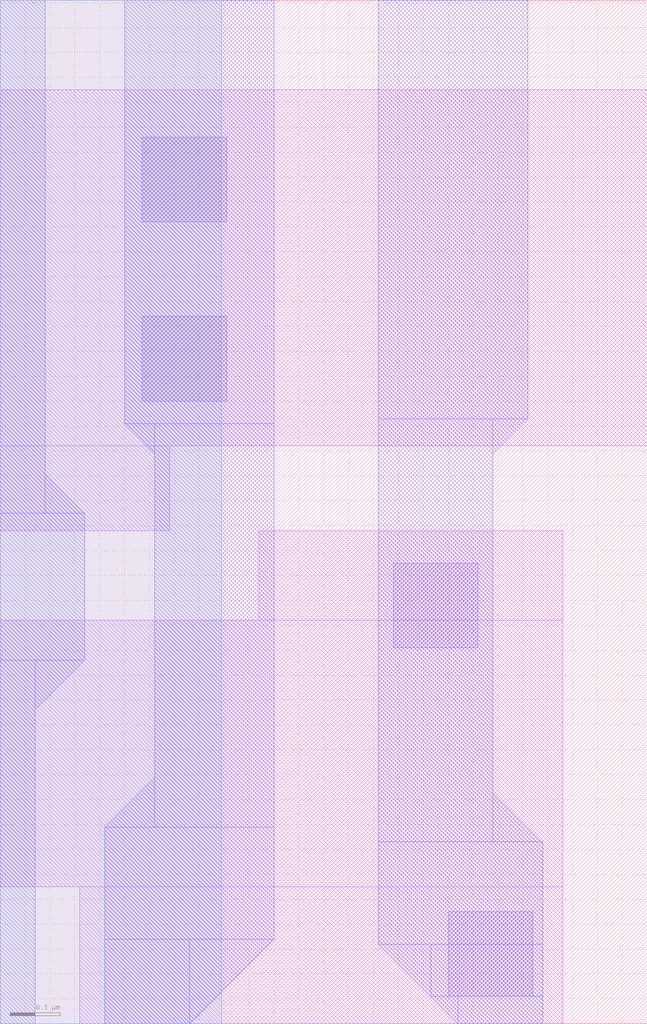
<source format=lef>
VERSION 5.7 ;
  NOWIREEXTENSIONATPIN ON ;
  DIVIDERCHAR "/" ;
  BUSBITCHARS "[]" ;
MACRO sky130_fd_bd_sram__sram_sp_corner_ce
  CLASS BLOCK ;
  FOREIGN sky130_fd_bd_sram__sram_sp_corner_ce ;
  ORIGIN 0.000 0.000 ;
  SIZE 1.300 BY 2.055 ;
  OBS
      LAYER nwell ;
        RECT 0.000 0.000 0.445 2.055 ;
      LAYER li1 ;
        RECT 0.000 1.160 1.300 1.875 ;
        RECT 0.000 0.990 0.340 1.160 ;
        RECT 0.520 0.810 1.130 0.990 ;
        RECT 0.000 0.275 1.130 0.810 ;
        RECT 0.160 0.000 1.130 0.275 ;
      LAYER mcon ;
        RECT 0.285 1.610 0.455 1.780 ;
        RECT 0.285 1.250 0.455 1.420 ;
        RECT 0.790 0.755 0.960 0.925 ;
        RECT 0.900 0.055 1.070 0.225 ;
      LAYER met1 ;
        RECT 0.000 1.025 0.090 2.055 ;
        RECT 0.250 1.205 0.550 2.055 ;
        POLYGON 0.250 1.205 0.310 1.205 0.310 1.145 ;
        POLYGON 0.090 1.105 0.170 1.025 0.090 1.025 ;
        RECT 0.000 0.730 0.170 1.025 ;
        RECT 0.000 0.000 0.070 0.730 ;
        POLYGON 0.070 0.730 0.170 0.730 0.070 0.630 ;
        POLYGON 0.310 0.495 0.310 0.395 0.210 0.395 ;
        RECT 0.310 0.395 0.550 1.205 ;
        RECT 0.210 0.170 0.550 0.395 ;
        RECT 0.210 0.000 0.380 0.170 ;
        POLYGON 0.380 0.170 0.550 0.170 0.380 0.000 ;
        RECT 0.760 1.215 1.060 2.055 ;
        RECT 0.760 0.365 0.990 1.215 ;
        POLYGON 0.990 1.215 1.060 1.215 0.990 1.145 ;
        POLYGON 0.990 0.465 1.090 0.365 0.990 0.365 ;
        RECT 0.760 0.160 1.090 0.365 ;
        POLYGON 0.760 0.160 0.865 0.160 0.865 0.055 ;
        RECT 0.865 0.055 1.090 0.160 ;
        POLYGON 0.865 0.055 0.920 0.055 0.920 0.000 ;
        RECT 0.920 0.000 1.090 0.055 ;
  END
END sky130_fd_bd_sram__sram_sp_corner_ce
END LIBRARY


</source>
